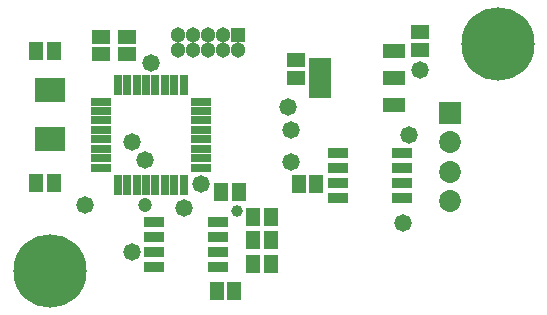
<source format=gts>
G04*
G04 #@! TF.GenerationSoftware,Altium Limited,Altium Designer,20.2.3 (150)*
G04*
G04 Layer_Color=8388736*
%FSLAX24Y24*%
%MOIN*%
G70*
G04*
G04 #@! TF.SameCoordinates,5CD28015-20A0-4C02-B718-EEF65EA4BBC3*
G04*
G04*
G04 #@! TF.FilePolarity,Negative*
G04*
G01*
G75*
%ADD22R,0.0513X0.0631*%
%ADD23R,0.0690X0.0356*%
%ADD24R,0.0631X0.0513*%
%ADD25R,0.1025X0.0828*%
%ADD26R,0.0316X0.0661*%
%ADD27R,0.0661X0.0316*%
%ADD28R,0.0769X0.0454*%
%ADD29R,0.0769X0.1340*%
%ADD30C,0.2442*%
%ADD31R,0.0513X0.0513*%
%ADD32C,0.0513*%
%ADD33R,0.0730X0.0730*%
%ADD34C,0.0730*%
%ADD35C,0.0474*%
%ADD36C,0.0580*%
%ADD37C,0.0395*%
D22*
X17176Y16005D02*
D03*
X17767D02*
D03*
X17320Y19324D02*
D03*
X17911D02*
D03*
X18397Y18494D02*
D03*
X18987D02*
D03*
X18397Y17713D02*
D03*
X18987D02*
D03*
X18394Y16932D02*
D03*
X18985D02*
D03*
X11757Y19609D02*
D03*
X11167D02*
D03*
X11760Y24003D02*
D03*
X11169D02*
D03*
X19908Y19569D02*
D03*
X20498D02*
D03*
D23*
X17224Y18317D02*
D03*
Y17817D02*
D03*
Y17317D02*
D03*
Y16817D02*
D03*
X15078D02*
D03*
Y17317D02*
D03*
Y17817D02*
D03*
Y18317D02*
D03*
X23370Y20611D02*
D03*
Y20111D02*
D03*
Y19611D02*
D03*
Y19111D02*
D03*
X21225D02*
D03*
Y19611D02*
D03*
Y20111D02*
D03*
Y20611D02*
D03*
D24*
X14198Y24491D02*
D03*
Y23901D02*
D03*
X13320Y24494D02*
D03*
Y23903D02*
D03*
X23962Y24638D02*
D03*
Y24047D02*
D03*
X19813Y23713D02*
D03*
Y23122D02*
D03*
D25*
X11611Y22711D02*
D03*
Y21097D02*
D03*
D26*
X13877Y22897D02*
D03*
X14192D02*
D03*
X14507D02*
D03*
X14822D02*
D03*
X15137D02*
D03*
X15452D02*
D03*
X15767D02*
D03*
X16082D02*
D03*
Y19560D02*
D03*
X15767D02*
D03*
X15452D02*
D03*
X15137D02*
D03*
X14822D02*
D03*
X14507D02*
D03*
X14192D02*
D03*
X13877D02*
D03*
D27*
X16648Y22331D02*
D03*
Y22016D02*
D03*
Y21701D02*
D03*
Y21386D02*
D03*
Y21071D02*
D03*
Y20756D02*
D03*
Y20441D02*
D03*
Y20126D02*
D03*
X13311D02*
D03*
Y20441D02*
D03*
Y20756D02*
D03*
Y21071D02*
D03*
Y21386D02*
D03*
Y21701D02*
D03*
Y22016D02*
D03*
Y22331D02*
D03*
D28*
X23103Y22219D02*
D03*
Y23124D02*
D03*
Y24030D02*
D03*
D29*
X20623Y23124D02*
D03*
D30*
X26550Y24255D02*
D03*
X11611Y16688D02*
D03*
D31*
X17895Y24560D02*
D03*
D32*
Y24060D02*
D03*
X17395Y24560D02*
D03*
Y24060D02*
D03*
X16895Y24560D02*
D03*
Y24060D02*
D03*
X16395Y24560D02*
D03*
Y24060D02*
D03*
X15895Y24560D02*
D03*
Y24060D02*
D03*
D33*
X24939Y21961D02*
D03*
D34*
Y20976D02*
D03*
Y19992D02*
D03*
Y19008D02*
D03*
D35*
X14784Y18885D02*
D03*
D36*
X14345Y20984D02*
D03*
X19666Y20301D02*
D03*
X14784Y20398D02*
D03*
X16102Y18787D02*
D03*
X16639Y19569D02*
D03*
X14345Y17323D02*
D03*
X23572Y21228D02*
D03*
X19569Y22156D02*
D03*
X19666Y21375D02*
D03*
X12791Y18869D02*
D03*
X14980Y23620D02*
D03*
X23376Y18299D02*
D03*
X23962Y23376D02*
D03*
D37*
X17860Y18690D02*
D03*
M02*

</source>
